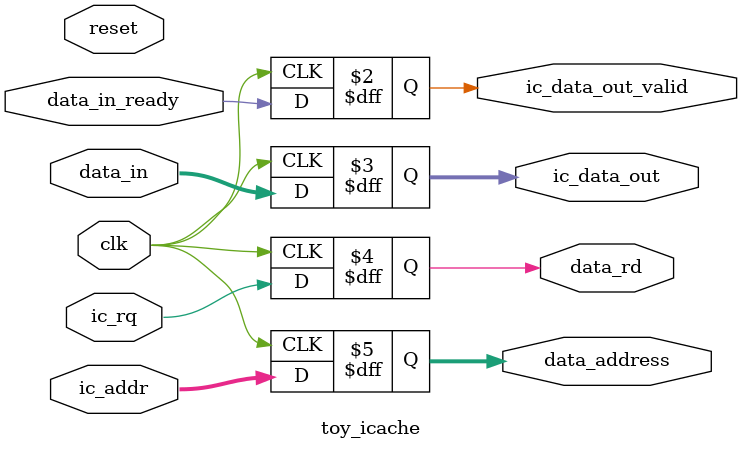
<source format=v>
module toy_icache(input clk,
                  input             reset,
                  input [31:0]      ic_addr,
                  input             ic_rq,
                  output reg        ic_data_out_valid,
                  output reg [31:0] ic_data_out,
                  input [31:0]      data_in, 
                  input             data_in_ready, 
                  output reg        data_rd, 
                  output reg [31:0] data_address 
                  );
   always @(posedge clk)
     begin
        data_address <= ic_addr;
        data_rd <= ic_rq;
        ic_data_out <= data_in;
        ic_data_out_valid <= data_in_ready;
     end
endmodule
</source>
